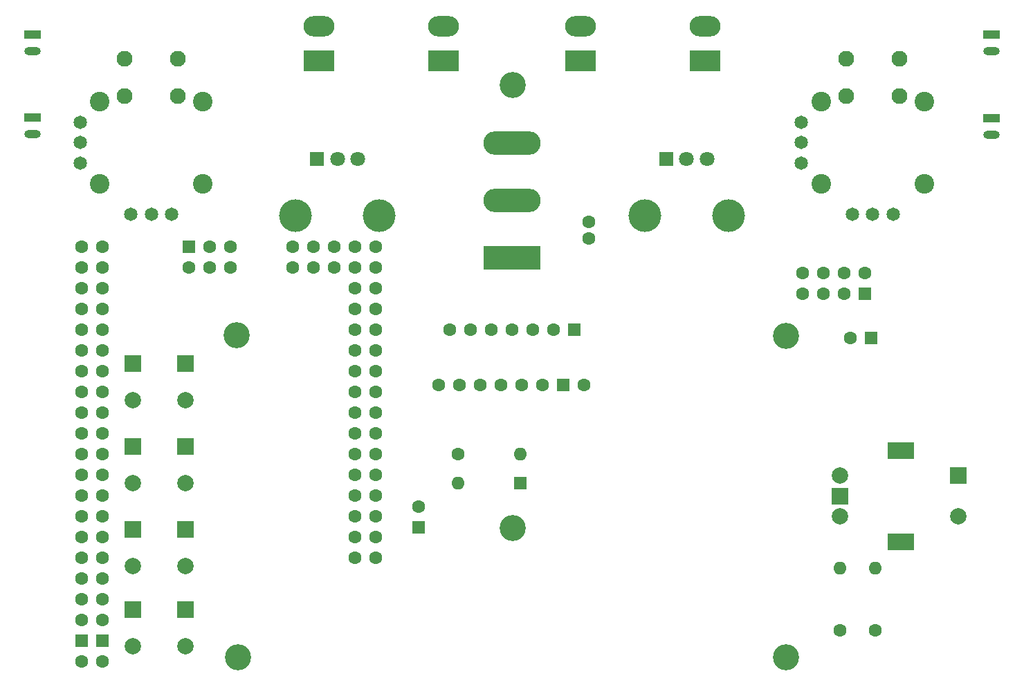
<source format=gbr>
%TF.GenerationSoftware,KiCad,Pcbnew,7.0.8*%
%TF.CreationDate,2024-11-24T12:41:57-05:00*%
%TF.ProjectId,RCTransmitterAecertRobotics,52435472-616e-4736-9d69-747465724165,V1.02*%
%TF.SameCoordinates,Original*%
%TF.FileFunction,Soldermask,Bot*%
%TF.FilePolarity,Negative*%
%FSLAX46Y46*%
G04 Gerber Fmt 4.6, Leading zero omitted, Abs format (unit mm)*
G04 Created by KiCad (PCBNEW 7.0.8) date 2024-11-24 12:41:57*
%MOMM*%
%LPD*%
G01*
G04 APERTURE LIST*
G04 Aperture macros list*
%AMRoundRect*
0 Rectangle with rounded corners*
0 $1 Rounding radius*
0 $2 $3 $4 $5 $6 $7 $8 $9 X,Y pos of 4 corners*
0 Add a 4 corners polygon primitive as box body*
4,1,4,$2,$3,$4,$5,$6,$7,$8,$9,$2,$3,0*
0 Add four circle primitives for the rounded corners*
1,1,$1+$1,$2,$3*
1,1,$1+$1,$4,$5*
1,1,$1+$1,$6,$7*
1,1,$1+$1,$8,$9*
0 Add four rect primitives between the rounded corners*
20,1,$1+$1,$2,$3,$4,$5,0*
20,1,$1+$1,$4,$5,$6,$7,0*
20,1,$1+$1,$6,$7,$8,$9,0*
20,1,$1+$1,$8,$9,$2,$3,0*%
G04 Aperture macros list end*
%ADD10R,3.800000X2.500000*%
%ADD11RoundRect,1.250000X0.650000X0.000000X-0.650000X0.000000X-0.650000X0.000000X0.650000X0.000000X0*%
%ADD12C,2.000000*%
%ADD13R,2.000000X2.000000*%
%ADD14R,3.200000X2.000000*%
%ADD15C,3.200000*%
%ADD16C,1.600000*%
%ADD17O,1.600000X1.600000*%
%ADD18R,2.000000X1.000000*%
%ADD19O,2.000000X1.000000*%
%ADD20R,7.000000X2.900000*%
%ADD21O,7.000000X2.900000*%
%ADD22C,4.000000*%
%ADD23R,1.800000X1.800000*%
%ADD24C,1.800000*%
%ADD25R,1.600000X1.600000*%
%ADD26C,1.650000*%
%ADD27C,1.950000*%
%ADD28C,2.400000*%
G04 APERTURE END LIST*
D10*
%TO.C,Toggle1*%
X117348000Y-66072000D03*
D11*
X117348000Y-61872000D03*
%TD*%
D12*
%TO.C,Rotary_Encoder1*%
X181080000Y-116920000D03*
X181080000Y-121920000D03*
D13*
X181080000Y-119420000D03*
D14*
X188580000Y-113820000D03*
X188580000Y-125020000D03*
D12*
X195580000Y-121920000D03*
D13*
X195580000Y-116920000D03*
%TD*%
D15*
%TO.C,H5*%
X107306032Y-99690751D03*
%TD*%
D16*
%TO.C,R4*%
X181102000Y-135890000D03*
D17*
X181102000Y-128270000D03*
%TD*%
D13*
%TO.C,Button3*%
X94540000Y-123480000D03*
X101040000Y-123480000D03*
D12*
X94540000Y-127980000D03*
X101040000Y-127980000D03*
%TD*%
D15*
%TO.C,H9*%
X141024288Y-69041240D03*
%TD*%
D10*
%TO.C,Toggle3*%
X149352000Y-66072000D03*
D11*
X149352000Y-61872000D03*
%TD*%
D18*
%TO.C,Bumper2*%
X82296000Y-73052000D03*
D19*
X82296000Y-75084000D03*
%TD*%
D15*
%TO.C,H7*%
X107445778Y-139162731D03*
%TD*%
D13*
%TO.C,Button4*%
X94540000Y-133300000D03*
X101040000Y-133300000D03*
D12*
X94540000Y-137800000D03*
X101040000Y-137800000D03*
%TD*%
D13*
%TO.C,Button2*%
X94540000Y-113320000D03*
X101040000Y-113320000D03*
D12*
X94540000Y-117820000D03*
X101040000Y-117820000D03*
%TD*%
D13*
%TO.C,Button1*%
X94540000Y-103160000D03*
X101040000Y-103160000D03*
D12*
X94540000Y-107660000D03*
X101040000Y-107660000D03*
%TD*%
D18*
%TO.C,Bumper1*%
X82296000Y-62892000D03*
D19*
X82296000Y-64924000D03*
%TD*%
D20*
%TO.C,PowerSwitch1*%
X140970000Y-90200000D03*
D21*
X140970000Y-83200000D03*
X140970000Y-76200000D03*
%TD*%
D15*
%TO.C,H6*%
X174493637Y-99822788D03*
%TD*%
D10*
%TO.C,Toggle4*%
X164592000Y-66072000D03*
D11*
X164592000Y-61872000D03*
%TD*%
D22*
%TO.C,Pot1*%
X124705737Y-85096874D03*
X114478111Y-85096874D03*
D23*
X117100000Y-78090000D03*
D24*
X119600000Y-78090000D03*
X122100000Y-78090000D03*
%TD*%
D18*
%TO.C,Bumper3*%
X199644000Y-62892000D03*
D19*
X199644000Y-64924000D03*
%TD*%
D10*
%TO.C,Toggle2*%
X132588000Y-66072000D03*
D11*
X132588000Y-61872000D03*
%TD*%
D22*
%TO.C,Pot2*%
X167432154Y-85092683D03*
X157253351Y-85092683D03*
D23*
X159840000Y-78090000D03*
D24*
X162340000Y-78090000D03*
X164840000Y-78090000D03*
%TD*%
D16*
%TO.C,R3*%
X185420000Y-135890000D03*
D17*
X185420000Y-128270000D03*
%TD*%
D16*
%TO.C,OLED_LCD_Display1*%
X133350000Y-99060000D03*
X135890000Y-99060000D03*
X138430000Y-99060000D03*
X140970000Y-99060000D03*
X143510000Y-99060000D03*
X146050000Y-99060000D03*
D25*
X148590000Y-99060000D03*
%TD*%
D15*
%TO.C,H10*%
X141018739Y-123314035D03*
%TD*%
%TO.C,H8*%
X174498151Y-139192604D03*
%TD*%
D26*
%TO.C,Joystick1*%
X94335000Y-84850000D03*
X96835000Y-84850000D03*
X99335000Y-84850000D03*
X88105000Y-73620000D03*
X88105000Y-76120000D03*
X88105000Y-78620000D03*
D27*
X100085000Y-70370000D03*
X93585000Y-70370000D03*
X100085000Y-65870000D03*
X93585000Y-65870000D03*
D28*
X90510000Y-81120000D03*
X103160000Y-81120000D03*
X103160000Y-71120000D03*
X90510000Y-71120000D03*
%TD*%
D18*
%TO.C,Bumper4*%
X199644000Y-73152000D03*
D19*
X199644000Y-75184000D03*
%TD*%
D26*
%TO.C,Joystick2*%
X182605000Y-84850000D03*
X185105000Y-84850000D03*
X187605000Y-84850000D03*
X176375000Y-73620000D03*
X176375000Y-76120000D03*
X176375000Y-78620000D03*
D27*
X188355000Y-70370000D03*
X181855000Y-70370000D03*
X188355000Y-65870000D03*
X181855000Y-65870000D03*
D28*
X178780000Y-81120000D03*
X191430000Y-81120000D03*
X191430000Y-71120000D03*
X178780000Y-71120000D03*
%TD*%
D16*
%TO.C,C2*%
X129540000Y-120714888D03*
D25*
X129540000Y-123214888D03*
%TD*%
D16*
%TO.C,Battery1*%
X150368000Y-85852000D03*
X150368000Y-87852000D03*
%TD*%
%TO.C,Gyroscope1*%
X149789454Y-105816523D03*
D25*
X147249454Y-105816523D03*
D16*
X144709454Y-105816523D03*
X142169454Y-105816523D03*
X139629454Y-105816523D03*
X137089454Y-105816523D03*
X134549454Y-105816523D03*
X132009454Y-105816523D03*
%TD*%
D25*
%TO.C,R2*%
X141986000Y-117856000D03*
D17*
X134366000Y-117856000D03*
%TD*%
D16*
%TO.C,Arduino_Mega_Pro1*%
X90805000Y-127000000D03*
X88265000Y-127000000D03*
X90805000Y-124460000D03*
X88265000Y-124460000D03*
X88265000Y-132080000D03*
X90805000Y-132080000D03*
X90805000Y-121920000D03*
X88265000Y-121920000D03*
X88265000Y-134620000D03*
X90805000Y-134620000D03*
X106480000Y-88900000D03*
X90805000Y-119380000D03*
X88265000Y-119380000D03*
X90805000Y-116840000D03*
X88265000Y-116840000D03*
X90805000Y-114300000D03*
X88265000Y-114300000D03*
X90805000Y-111760000D03*
X88265000Y-111760000D03*
X90805000Y-109220000D03*
X88265000Y-109220000D03*
X90805000Y-106680000D03*
X88265000Y-106680000D03*
X90805000Y-104140000D03*
X88265000Y-104140000D03*
X90805000Y-101600000D03*
X88265000Y-101600000D03*
X90805000Y-99060000D03*
X88265000Y-99060000D03*
X90805000Y-96520000D03*
X88265000Y-96520000D03*
X90805000Y-93980000D03*
X88265000Y-93980000D03*
X90805000Y-91440000D03*
X88265000Y-91440000D03*
X90805000Y-88900000D03*
X88265000Y-88900000D03*
X124260000Y-106680000D03*
X121720000Y-106680000D03*
X124260000Y-104140000D03*
X121720000Y-104140000D03*
X124260000Y-101600000D03*
X121720000Y-101600000D03*
X124260000Y-99060000D03*
X121720000Y-99060000D03*
X124260000Y-96520000D03*
X121720000Y-96520000D03*
X124260000Y-93980000D03*
X121720000Y-93980000D03*
X124260000Y-91440000D03*
X121720000Y-91440000D03*
X124260000Y-88900000D03*
X121720000Y-88900000D03*
X119180000Y-88900000D03*
X119180000Y-91440000D03*
X106480000Y-91440000D03*
X116640000Y-88900000D03*
X103940000Y-88900000D03*
X116640000Y-91440000D03*
X103940000Y-91440000D03*
X114100000Y-88900000D03*
X114100000Y-91440000D03*
X124260000Y-127000000D03*
X121720000Y-127000000D03*
X124260000Y-124460000D03*
X121720000Y-124460000D03*
X124260000Y-121920000D03*
X121720000Y-121920000D03*
X124260000Y-119380000D03*
X121720000Y-119380000D03*
X124260000Y-116840000D03*
X121720000Y-116840000D03*
X124260000Y-114300000D03*
X121720000Y-114300000D03*
X124260000Y-111760000D03*
X121720000Y-111760000D03*
X124260000Y-109220000D03*
X121720000Y-109220000D03*
X90805000Y-129540000D03*
D25*
X88265000Y-137160000D03*
X90805000Y-137160000D03*
X101400000Y-88900000D03*
D16*
X88265000Y-129540000D03*
X101400000Y-91440000D03*
X88265000Y-139700000D03*
X90805000Y-139700000D03*
%TD*%
%TO.C,C1*%
X182372000Y-100076000D03*
D25*
X184872000Y-100076000D03*
%TD*%
D16*
%TO.C,NRF24L01+PA+LNA1*%
X184150000Y-92075000D03*
X181610000Y-92075000D03*
X179070000Y-92075000D03*
X176530000Y-92075000D03*
X176530000Y-94615000D03*
X179070000Y-94615000D03*
X181610000Y-94615000D03*
D25*
X184150000Y-94615000D03*
%TD*%
D16*
%TO.C,R1*%
X134366000Y-114300000D03*
D17*
X141986000Y-114300000D03*
%TD*%
M02*

</source>
